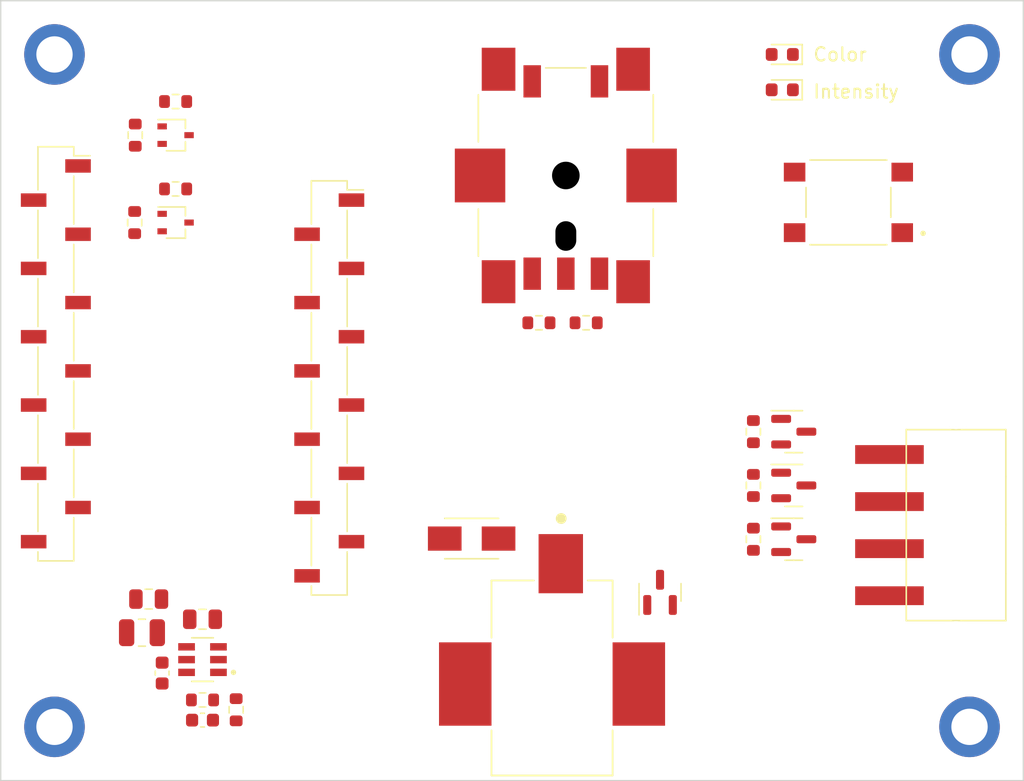
<source format=kicad_pcb>
(kicad_pcb (version 20211014) (generator pcbnew)
  (layers (0 "F.Cu" signal) (31 "B.Cu" signal) (34 "B.Paste" user) (35 "F.Paste" user) (36 "B.SilkS" user "B.Silkscreen") (37 "F.SilkS" user "F.Silkscreen") (38 "B.Mask" user) (39 "F.Mask" user) (44 "Edge.Cuts" user))
  (net 0 "")
  (net 1 "+12V")
  (net 2 "GND")
  (net 3 "+3V0")
  (net 4 "Net-(C3-Pad1)")
  (net 5 "Net-(C3-Pad2)")
  (net 6 "Net-(C4-Pad2)")
  (net 7 "Net-(D1-Pad1)")
  (net 8 "Net-(D1-Pad2)")
  (net 9 "Net-(D2-Pad1)")
  (net 10 "Net-(D2-Pad2)")
  (net 11 "VCC")
  (net 13 "/Bleu")
  (net 14 "/Rouge")
  (net 15 "/Vert")
  (net 16 "/Color_LED")
  (net 17 "/Intensity_LED")
  (net 18 "/Pink Panda/A1")
  (net 19 "/Pink Panda/P1.13")
  (net 20 "/Pink Panda/P1.15")
  (net 21 "/Pink Panda/A0")
  (net 22 "/Pink Panda/A5")
  (net 23 "/Pink Panda/A3")
  (net 24 "/Pink Panda/A2")
  (net 25 "/Pink Panda/USB")
  (net 27 "/Encoder_Button")
  (net 28 "/External_Button")
  (net 29 "/Pink Panda/RX{slash}P0.24")
  (net 30 "/Pink Panda/P0.22")
  (net 31 "/Pink Panda/TX{slash}P0.20")
  (net 32 "/PhaseA")
  (net 33 "/PhaseB")
  (net 34 "/Pink Panda/P0.13")
  (net 35 "/Bleu_PWM")
  (net 36 "/Rouge_PWM")
  (net 37 "/Vert_PWM")
  (footprint "Resistor_SMD:R_0603_1608Metric" (layer "F.Cu") (at 47 29.5)
    (fp_text reference "R7" hide)
    (fp_text value "1k")
    (fp_line (start -0.237258 -0.5225) (end 0.237258 -0.5225) (layer "F.SilkS") (width 0.12))
    (fp_line (start -0.237258 0.5225) (end 0.237258 0.5225) (layer "F.SilkS") (width 0.12))
    (pad "1" smd roundrect (at -0.825 0) (size 0.8 0.95) (layers "F.Cu" "F.Paste" "F.Mask") (net 3 "+3V0"))
    (pad "2" smd roundrect (at 0.825 0) (size 0.8 0.95) (layers "F.Cu" "F.Paste" "F.Mask") (net 8 "Net-(D1-Pad2)"))
  )
  (footprint "Capacitor_SMD:C_0805_2012Metric" (layer "F.Cu") (at 45 66.5)
    (fp_text reference "C2" hide)
    (fp_text value "22uF")
    (fp_line (start -0.261252 -0.735) (end 0.261252 -0.735) (layer "F.SilkS") (width 0.12))
    (fp_line (start -0.261252 0.735) (end 0.261252 0.735) (layer "F.SilkS") (width 0.12))
    (pad "1" smd roundrect (at -0.95 0) (size 1 1.45) (layers "F.Cu" "F.Paste" "F.Mask") (net 3 "+3V0"))
    (pad "2" smd roundrect (at 0.95 0) (size 1 1.45) (layers "F.Cu" "F.Paste" "F.Mask") (net 2 "GND"))
  )
  (footprint "Resistor_SMD:R_0603_1608Metric" (layer "F.Cu") (at 74 45.955)
    (fp_text reference "R11" hide)
    (fp_text value "10k")
    (fp_line (start -0.237258 0.5225) (end 0.237258 0.5225) (layer "F.SilkS") (width 0.12))
    (fp_line (start -0.237258 -0.5225) (end 0.237258 -0.5225) (layer "F.SilkS") (width 0.12))
    (pad "1" smd roundrect (at -0.825 0) (size 0.8 0.95) (layers "F.Cu" "F.Paste" "F.Mask") (net 3 "+3V0"))
    (pad "2" smd roundrect (at 0.825 0) (size 0.8 0.95) (layers "F.Cu" "F.Paste" "F.Mask") (net 32 "/PhaseA"))
  )
  (footprint "MountingHole:MountingHole_2.7mm_M2.5_ISO7380_Pad" (layer "F.Cu") (at 106 26)
    (fp_text reference "H2" hide)
    (fp_text value "MountingHole_Pad" hide)
    (pad "1" thru_hole circle (at 0 0) (size 4.5 4.5) (drill 2.7) (layers *.Cu *.Mask) (net 2 "GND"))
  )
  (footprint "MountingHole:MountingHole_2.7mm_M2.5_ISO7380_Pad" (layer "F.Cu") (at 106 76)
    (fp_text reference "H4" hide)
    (fp_text value "MountingHole_Pad" hide)
    (pad "1" thru_hole circle (at 0 0) (size 4.5 4.5) (drill 2.7) (layers *.Cu *.Mask) (net 2 "GND"))
  )
  (footprint "Package_TO_SOT_SMD:SOT-323_SC-70" (layer "F.Cu") (at 47 38.5)
    (fp_text reference "Q5" hide)
    (fp_text value "RU1J002YN")
    (fp_line (start 0.73 -1.16) (end -1.3 -1.16) (layer "F.SilkS") (width 0.12))
    (fp_line (start 0.73 0.5) (end 0.73 1.16) (layer "F.SilkS") (width 0.12))
    (fp_line (start -0.68 1.16) (end 0.73 1.16) (layer "F.SilkS") (width 0.12))
    (fp_line (start 0.73 -1.16) (end 0.73 -0.5) (layer "F.SilkS") (width 0.12))
    (pad "1" smd rect (at -1 -0.65 270) (size 0.45 0.7) (layers "F.Cu" "F.Paste" "F.Mask") (net 17 "/Intensity_LED"))
    (pad "2" smd rect (at -1 0.65 270) (size 0.45 0.7) (layers "F.Cu" "F.Paste" "F.Mask") (net 2 "GND"))
    (pad "3" smd rect (at 1 0 270) (size 0.45 0.7) (layers "F.Cu" "F.Paste" "F.Mask") (net 9 "Net-(D2-Pad1)"))
  )
  (footprint "Diode_SMD:D_SMA" (layer "F.Cu") (at 69 62)
    (fp_text reference "D3" hide)
    (fp_text value "SMAJ12CA-13-F")
    (fp_line (start -2 1.5) (end 2 1.5) (layer "F.SilkS") (width 0.12))
    (fp_line (start -2 -1.5) (end 2 -1.5) (layer "F.SilkS") (width 0.12))
    (pad "1" smd rect (at -2 0) (size 2.5 1.8) (layers "F.Cu" "F.Paste" "F.Mask") (net 2 "GND"))
    (pad "2" smd rect (at 2 0) (size 2.5 1.8) (layers "F.Cu" "F.Paste" "F.Mask") (net 11 "VCC"))
  )
  (footprint "LBR2518T100K:INDC2518X200N" (layer "F.Cu") (at 44.5 69 180)
    (fp_text reference "L1" hide)
    (fp_text value "10uH")
    (fp_line (start -0.25 -1) (end 0.25 -1) (layer "F.SilkS") (width 0.127))
    (fp_line (start -0.25 1) (end 0.25 1) (layer "F.SilkS") (width 0.127))
    (pad "1" smd roundrect (at -1.14 0 180) (size 1.14 2) (layers "F.Cu" "F.Paste" "F.Mask") (net 4 "Net-(C3-Pad1)"))
    (pad "2" smd roundrect (at 1.14 0 180) (size 1.14 2) (layers "F.Cu" "F.Paste" "F.Mask") (net 3 "+3V0"))
  )
  (footprint "AP63300WU-7:SOT95P280X100-6N" (layer "F.Cu") (at 49 71 180)
    (fp_text reference "U1" hide)
    (fp_text value "AP63300WU-7")
    (fp_line (start -0.8 -1.62) (end 0.8 -1.62) (layer "F.SilkS") (width 0.127))
    (fp_line (start -0.8 1.62) (end 0.8 1.62) (layer "F.SilkS") (width 0.127))
    (fp_circle (center -2.3 -0.95) (end -2.2 -0.95) (layer "F.SilkS") (width 0.2) (fill none))
    (pad "1" smd rect (at -1.185 -0.95 180) (size 1.24 0.55) (layers "F.Cu" "F.Paste" "F.Mask") (net 6 "Net-(C4-Pad2)"))
    (pad "2" smd rect (at -1.185 0 180) (size 1.24 0.55) (layers "F.Cu" "F.Paste" "F.Mask") (net 1 "+12V"))
    (pad "3" smd rect (at -1.185 0.95 180) (size 1.24 0.55) (layers "F.Cu" "F.Paste" "F.Mask") (net 1 "+12V"))
    (pad "4" smd rect (at 1.185 0.95 180) (size 1.24 0.55) (layers "F.Cu" "F.Paste" "F.Mask") (net 2 "GND"))
    (pad "5" smd rect (at 1.185 0 180) (size 1.24 0.55) (layers "F.Cu" "F.Paste" "F.Mask") (net 4 "Net-(C3-Pad1)"))
    (pad "6" smd rect (at 1.185 -0.95 180) (size 1.24 0.55) (layers "F.Cu" "F.Paste" "F.Mask") (net 5 "Net-(C3-Pad2)"))
  )
  (footprint "LED_SMD:LED_0603_1608Metric" (layer "F.Cu") (at 92.085 26 180)
    (fp_text reference "D1" hide)
    (fp_text value "Color")
    (fp_line (start -1.485 -0.735) (end -1.485 0.735) (layer "F.SilkS") (width 0.12))
    (fp_line (start -1.485 0.735) (end 0.8 0.735) (layer "F.SilkS") (width 0.12))
    (fp_line (start 0.8 -0.735) (end -1.485 -0.735) (layer "F.SilkS") (width 0.12))
    (pad "1" smd roundrect (at -0.7875 0 180) (size 0.875 0.95) (layers "F.Cu" "F.Paste" "F.Mask") (net 7 "Net-(D1-Pad1)"))
    (pad "2" smd roundrect (at 0.7875 0 180) (size 0.875 0.95) (layers "F.Cu" "F.Paste" "F.Mask") (net 8 "Net-(D1-Pad2)"))
  )
  (footprint "Resistor_SMD:R_0603_1608Metric" (layer "F.Cu") (at 77.51 45.955)
    (fp_text reference "R10" hide)
    (fp_text value "10k")
    (fp_line (start -0.237258 0.5225) (end 0.237258 0.5225) (layer "F.SilkS") (width 0.12))
    (fp_line (start -0.237258 -0.5225) (end 0.237258 -0.5225) (layer "F.SilkS") (width 0.12))
    (pad "1" smd roundrect (at -0.825 0) (size 0.8 0.95) (layers "F.Cu" "F.Paste" "F.Mask") (net 3 "+3V0"))
    (pad "2" smd roundrect (at 0.825 0) (size 0.8 0.95) (layers "F.Cu" "F.Paste" "F.Mask") (net 33 "/PhaseB"))
  )
  (footprint "Resistor_SMD:R_0603_1608Metric" (layer "F.Cu") (at 47 36)
    (fp_text reference "R9" hide)
    (fp_text value "1k")
    (fp_line (start -0.237258 0.5225) (end 0.237258 0.5225) (layer "F.SilkS") (width 0.12))
    (fp_line (start -0.237258 -0.5225) (end 0.237258 -0.5225) (layer "F.SilkS") (width 0.12))
    (pad "1" smd roundrect (at -0.825 0) (size 0.8 0.95) (layers "F.Cu" "F.Paste" "F.Mask") (net 3 "+3V0"))
    (pad "2" smd roundrect (at 0.825 0) (size 0.8 0.95) (layers "F.Cu" "F.Paste" "F.Mask") (net 10 "Net-(D2-Pad2)"))
  )
  (footprint "Resistor_SMD:R_0603_1608Metric" (layer "F.Cu") (at 43.9575 38.5 -90)
    (fp_text reference "R8" hide)
    (fp_text value "10k")
    (fp_line (start -0.237258 -0.5225) (end 0.237258 -0.5225) (layer "F.SilkS") (width 0.12))
    (fp_line (start -0.237258 0.5225) (end 0.237258 0.5225) (layer "F.SilkS") (width 0.12))
    (pad "1" smd roundrect (at -0.825 0 270) (size 0.8 0.95) (layers "F.Cu" "F.Paste" "F.Mask") (net 17 "/Intensity_LED"))
    (pad "2" smd roundrect (at 0.825 0 270) (size 0.8 0.95) (layers "F.Cu" "F.Paste" "F.Mask") (net 2 "GND"))
  )
  (footprint "MountingHole:MountingHole_2.7mm_M2.5_ISO7380_Pad" (layer "F.Cu") (at 38 26)
    (fp_text reference "H1" hide)
    (fp_text value "MountingHole_Pad" hide)
    (pad "1" thru_hole circle (at 0 0) (size 4.5 4.5) (drill 2.7) (layers *.Cu *.Mask) (net 2 "GND"))
  )
  (footprint "Resistor_SMD:R_0603_1608Metric" (layer "F.Cu") (at 49 74)
    (fp_text reference "R1" hide)
    (fp_text value "82.5k")
    (fp_line (start -0.237258 -0.5225) (end 0.237258 -0.5225) (layer "F.SilkS") (width 0.12))
    (fp_line (start -0.237258 0.5225) (end 0.237258 0.5225) (layer "F.SilkS") (width 0.12))
    (pad "1" smd roundrect (at -0.825 0) (size 0.8 0.95) (layers "F.Cu" "F.Paste" "F.Mask") (net 3 "+3V0"))
    (pad "2" smd roundrect (at 0.825 0) (size 0.8 0.95) (layers "F.Cu" "F.Paste" "F.Mask") (net 6 "Net-(C4-Pad2)"))
  )
  (footprint "PJ-036AH-SMT-TR:CUI_PJ-036AH-SMT-TR" (layer "F.Cu") (at 75.625 63.8665 90)
    (fp_text reference "J1" hide)
    (fp_text value "PJ-036AH-SMT-TR")
    (fp_line (start -1.25 3.85) (end -1.25 2) (layer "F.SilkS") (width 0.127))
    (fp_line (start -15.75 3.85) (end -12.4 3.85) (layer "F.SilkS") (width 0.127))
    (fp_line (start -1.25 -2) (end -1.25 -5.15) (layer "F.SilkS") (width 0.127))
    (fp_line (start -5.5 3.85) (end -1.25 3.85) (layer "F.SilkS") (width 0.127))
    (fp_line (start -1.25 -5.15) (end -5.5 -5.15) (layer "F.SilkS") (width 0.127))
    (fp_line (start -15.75 -5.15) (end -15.75 3.85) (layer "F.SilkS") (width 0.127))
    (fp_line (start -12.4 -5.15) (end -15.75 -5.15) (layer "F.SilkS") (width 0.127))
    (fp_circle (center 3.358 0.03) (end 3.558 0.03) (layer "F.SilkS") (width 0.4) (fill none))
    (pad "" np_thru_hole circle locked (at -12.75 -0.65 90) (size 2 2) (drill 2) (layers *.Cu *.Mask))
    (pad "1" smd rect locked (at 0 0 180) (size 3.3 4.4) (layers "F.Cu" "F.Paste" "F.Mask") (net 11 "VCC"))
    (pad "2" smd rect locked (at -8.95 -7.1 270) (size 6.2 3.9) (layers "F.Cu" "F.Paste" "F.Mask") (net 2 "GND"))
    (pad "3" smd rect locked (at -8.95 5.8 90) (size 6.2 3.9) (layers "F.Cu" "F.Paste" "F.Mask"))
  )
  (footprint "Connector_PinSocket_2.54mm:PinSocket_1x12_P2.54mm_Vertical_SMD_Pin1Right" (layer "F.Cu") (at 38.1 48.26)
    (fp_text reference "J3" hide)
    (fp_text value "Left")
    (fp_line (start 1.33 2.03) (end 1.33 5.59) (layer "F.SilkS") (width 0.12))
    (fp_line (start 1.33 7.11) (end 1.33 10.67) (layer "F.SilkS") (width 0.12))
    (fp_line (start -1.33 -0.51) (end -1.33 3.05) (layer "F.SilkS") (width 0.12))
    (fp_line (start 1.33 -14.73) (end 2.54 -14.73) (layer "F.SilkS") (width 0.12))
    (fp_line (start -1.33 15.4) (end 1.33 15.4) (layer "F.SilkS") (width 0.12))
    (fp_line (start -1.33 9.65) (end -1.33 13.21) (layer "F.SilkS") (width 0.12))
    (fp_line (start -1.33 -10.67) (end -1.33 -7.11) (layer "F.SilkS") (width 0.12))
    (fp_line (start -1.33 -5.59) (end -1.33 -2.03) (layer "F.SilkS") (width 0.12))
    (fp_line (start -1.33 14.73) (end -1.33 15.4) (layer "F.SilkS") (width 0.12))
    (fp_line (start -1.33 4.57) (end -1.33 8.13) (layer "F.SilkS") (width 0.12))
    (fp_line (start -1.33 -15.4) (end -1.33 -12.19) (layer "F.SilkS") (width 0.12))
    (fp_line (start -1.33 -15.4) (end 1.33 -15.4) (layer "F.SilkS") (width 0.12))
    (fp_line (start 1.33 -3.05) (end 1.33 0.51) (layer "F.SilkS") (width 0.12))
    (fp_line (start 1.33 -8.13) (end 1.33 -4.57) (layer "F.SilkS") (width 0.12))
    (fp_line (start 1.33 -15.4) (end 1.33 -14.73) (layer "F.SilkS") (width 0.12))
    (fp_line (start 1.33 12.19) (end 1.33 15.4) (layer "F.SilkS") (width 0.12))
    (fp_line (start 1.33 -13.21) (end 1.33 -9.65) (layer "F.SilkS") (width 0.12))
    (pad "1" smd rect (at 1.65 -13.97) (size 1.9 1) (layers "F.Cu" "F.Paste" "F.Mask") (net 16 "/Color_LED"))
    (pad "2" smd rect (at -1.65 -11.43) (size 1.9 1) (layers "F.Cu" "F.Paste" "F.Mask") (net 17 "/Intensity_LED"))
    (pad "3" smd rect (at 1.65 -8.89) (size 1.9 1) (layers "F.Cu" "F.Paste" "F.Mask") (net 18 "/Pink Panda/A1"))
    (pad "4" smd rect (at -1.65 -6.35) (size 1.9 1) (layers "F.Cu" "F.Paste" "F.Mask") (net 19 "/Pink Panda/P1.13"))
    (pad "5" smd rect (at 1.65 -3.81) (size 1.9 1) (layers "F.Cu" "F.Paste" "F.Mask") (net 20 "/Pink Panda/P1.15"))
    (pad "6" smd rect (at -1.65 -1.27) (size 1.9 1) (layers "F.Cu" "F.Paste" "F.Mask") (net 21 "/Pink Panda/A0"))
    (pad "7" smd rect (at 1.65 1.27) (size 1.9 1) (layers "F.Cu" "F.Paste" "F.Mask") (net 22 "/Pink Panda/A5"))
    (pad "8" smd rect (at -1.65 3.81) (size 1.9 1) (layers "F.Cu" "F.Paste" "F.Mask") (net 23 "/Pink Panda/A3"))
    (pad "9" smd rect (at 1.65 6.35) (size 1.9 1) (layers "F.Cu" "F.Paste" "F.Mask") (net 24 "/Pink Panda/A2"))
    (pad "10" smd rect (at -1.65 8.89) (size 1.9 1) (layers "F.Cu" "F.Paste" "F.Mask") (net 25 "/Pink Panda/USB"))
    (pad "11" smd rect (at 1.65 11.43) (size 1.9 1) (layers "F.Cu" "F.Paste" "F.Mask"))
    (pad "12" smd rect (at -1.65 13.97) (size 1.9 1) (layers "F.Cu" "F.Paste" "F.Mask") (net 3 "+3V0"))
  )
  (footprint "Package_TO_SOT_SMD:SOT-23" (layer "F.Cu") (at 92.9375 62.05)
    (fp_text reference "Q1" hide)
    (fp_text value "Si231BDS")
    (fp_line (start 0 1.56) (end -0.65 1.56) (layer "F.SilkS") (width 0.12))
    (fp_line (start 0 -1.56) (end -1.675 -1.56) (layer "F.SilkS") (width 0.12))
    (fp_line (start 0 -1.56) (end 0.65 -1.56) (layer "F.SilkS") (width 0.12))
    (fp_line (start 0 1.56) (end 0.65 1.56) (layer "F.SilkS") (width 0.12))
    (pad "1" smd roundrect (at -0.9375 -0.95) (size 1.475 0.6) (layers "F.Cu" "F.Paste" "F.Mask") (net 35 "/Bleu_PWM"))
    (pad "2" smd roundrect (at -0.9375 0.95) (size 1.475 0.6) (layers "F.Cu" "F.Paste" "F.Mask") (net 2 "GND"))
    (pad "3" smd roundrect (at 0.9375 0) (size 1.475 0.6) (layers "F.Cu" "F.Paste" "F.Mask") (net 13 "/Bleu"))
  )
  (footprint "Capacitor_SMD:C_0603_1608Metric" (layer "F.Cu") (at 49 75.5)
    (fp_text reference "C4" hide)
    (fp_text value "56pF")
    (fp_line (start -0.14058 -0.51) (end 0.14058 -0.51) (layer "F.SilkS") (width 0.12))
    (fp_line (start -0.14058 0.51) (end 0.14058 0.51) (layer "F.SilkS") (width 0.12))
    (pad "1" smd roundrect (at -0.775 0) (size 0.9 0.95) (layers "F.Cu" "F.Paste" "F.Mask") (net 3 "+3V0"))
    (pad "2" smd roundrect (at 0.775 0) (size 0.9 0.95) (layers "F.Cu" "F.Paste" "F.Mask") (net 6 "Net-(C4-Pad2)"))
  )
  (footprint "Capacitor_SMD:C_0805_2012Metric" (layer "F.Cu") (at 49 68 180)
    (fp_text reference "C1" hide)
    (fp_text value "10uF")
    (fp_line (start -0.261252 -0.735) (end 0.261252 -0.735) (layer "F.SilkS") (width 0.12))
    (fp_line (start -0.261252 0.735) (end 0.261252 0.735) (layer "F.SilkS") (width 0.12))
    (pad "1" smd roundrect (at -0.95 0 180) (size 1 1.45) (layers "F.Cu" "F.Paste" "F.Mask") (net 1 "+12V"))
    (pad "2" smd roundrect (at 0.95 0 180) (size 1 1.45) (layers "F.Cu" "F.Paste" "F.Mask") (net 2 "GND"))
  )
  (footprint "TZ042101B000G:TZ042101B000G" (layer "F.Cu") (at 105 61 90)
    (fp_text reference "J2" hide)
    (fp_text value "Screw_Terminal_01x04" hide)
    (fp_line (start 3.6 -3.7) (end 7.1 -3.7) (layer "F.SilkS") (width 0.12))
    (fp_line (start -3.6 3.7) (end -7.1 3.7) (layer "F.SilkS") (width 0.12))
    (fp_line (start 7.1 3.7) (end 3.6 3.7) (layer "F.SilkS") (width 0.12))
    (fp_line (start -3.6 -3.7) (end 3.6 -3.7) (layer "F.SilkS") (width 0.12))
    (fp_line (start -7.1 -3.7) (end -3.6 -3.7) (layer "F.SilkS") (width 0.12))
    (fp_line (start -7.1 3.7) (end -7.1 -3.7) (layer "F.SilkS") (width 0.12))
    (fp_line (start 0 3.7) (end -3.6 3.7) (layer "F.SilkS") (width 0.12))
    (fp_line (start 7.1 -3.7) (end 7.1 3.7) (layer "F.SilkS") (width 0.12))
    (fp_line (start 3.6 3.7) (end 0 3.7) (layer "F.SilkS") (width 0.12))
    (pad "" np_thru_hole circle locked (at 8 0 90) (size 1.7 1.7) (drill 1.7) (layers *.Cu *.Mask))
    (pad "" np_thru_hole circle locked (at -8 0 90) (size 1.7 1.7) (drill 1.7) (layers *.Cu *.Mask))
    (pad "1" smd rect locked (at -5.25 -4.95 90) (size 1.4 5.1) (layers "F.Cu" "F.Paste" "F.Mask") (net 1 "+12V"))
    (pad "2" smd rect locked (at -1.75 -4.95 90) (size 1.4 5.1) (layers "F.Cu" "F.Paste" "F.Mask") (net 13 "/Bleu"))
    (pad "3" smd rect locked (at 1.75 -4.95 90) (size 1.4 5.1) (layers "F.Cu" "F.Paste" "F.Mask") (net 14 "/Rouge"))
    (pad "4" smd rect locked (at 5.25 -4.95 90) (size 1.4 5.1) (layers "F.Cu" "F.Paste" "F.Mask") (net 15 "/Vert"))
  )
  (footprint "Resistor_SMD:R_0603_1608Metric" (layer "F.Cu") (at 51.5 74.73 90)
    (fp_text reference "R2" hide)
    (fp_text value "30.1k")
    (fp_line (start -0.237258 -0.5225) (end 0.237258 -0.5225) (layer "F.SilkS") (width 0.12))
    (fp_line (start -0.237258 0.5225) (end 0.237258 0.5225) (layer "F.SilkS") (width 0.12))
    (pad "1" smd roundrect (at -0.825 0 90) (size 0.8 0.95) (layers "F.Cu" "F.Paste" "F.Mask") (net 6 "Net-(C4-Pad2)"))
    (pad "2" smd roundrect (at 0.825 0 90) (size 0.8 0.95) (layers "F.Cu" "F.Paste" "F.Mask") (net 2 "GND"))
  )
  (footprint "Package_TO_SOT_SMD:SOT-323_SC-70" (layer "F.Cu") (at 47 32)
    (fp_text reference "Q4" hide)
    (fp_text value "RU1J002YN")
    (fp_line (start 0.73 0.5) (end 0.73 1.16) (layer "F.SilkS") (width 0.12))
    (fp_line (start 0.73 -1.16) (end 0.73 -0.5) (layer "F.SilkS") (width 0.12))
    (fp_line (start -0.68 1.16) (end 0.73 1.16) (layer "F.SilkS") (width 0.12))
    (fp_line (start 0.73 -1.16) (end -1.3 -1.16) (layer "F.SilkS") (width 0.12))
    (pad "1" smd rect (at -1 -0.65 270) (size 0.45 0.7) (layers "F.Cu" "F.Paste" "F.Mask") (net 16 "/Color_LED"))
    (pad "2" smd rect (at -1 0.65 270) (size 0.45 0.7) (layers "F.Cu" "F.Paste" "F.Mask") (net 2 "GND"))
    (pad "3" smd rect (at 1 0 270) (size 0.45 0.7) (layers "F.Cu" "F.Paste" "F.Mask") (net 7 "Net-(D1-Pad1)"))
  )
  (footprint "Resistor_SMD:R_0603_1608Metric" (layer "F.Cu") (at 44 32 -90)
    (fp_text reference "R6" hide)
    (fp_text value "10k")
    (fp_line (start -0.237258 0.5225) (end 0.237258 0.5225) (layer "F.SilkS") (width 0.12))
    (fp_line (start -0.237258 -0.5225) (end 0.237258 -0.5225) (layer "F.SilkS") (width 0.12))
    (pad "1" smd roundrect (at -0.825 0 270) (size 0.8 0.95) (layers "F.Cu" "F.Paste" "F.Mask") (net 16 "/Color_LED"))
    (pad "2" smd roundrect (at 0.825 0 270) (size 0.8 0.95) (layers "F.Cu" "F.Paste" "F.Mask") (net 2 "GND"))
  )
  (footprint "LED_SMD:LED_0603_1608Metric" (layer "F.Cu") (at 92.085 28.63 180)
    (fp_text reference "D2" hide)
    (fp_text value "Intensity")
    (fp_line (start -1.485 -0.735) (end -1.485 0.735) (layer "F.SilkS") (width 0.12))
    (fp_line (start 0.8 -0.735) (end -1.485 -0.735) (layer "F.SilkS") (width 0.12))
    (fp_line (start -1.485 0.735) (end 0.8 0.735) (layer "F.SilkS") (width 0.12))
    (pad "1" smd roundrect (at -0.7875 0 180) (size 0.875 0.95) (layers "F.Cu" "F.Paste" "F.Mask") (net 9 "Net-(D2-Pad1)"))
    (pad "2" smd roundrect (at 0.7875 0 180) (size 0.875 0.95) (layers "F.Cu" "F.Paste" "F.Mask") (net 10 "Net-(D2-Pad2)"))
  )
  (footprint "Resistor_SMD:R_0603_1608Metric" (layer "F.Cu") (at 89.9375 58.05 -90)
    (fp_text reference "R4" hide)
    (fp_text value "10k")
    (fp_line (start -0.237258 0.5225) (end 0.237258 0.5225) (layer "F.SilkS") (width 0.12))
    (fp_line (start -0.237258 -0.5225) (end 0.237258 -0.5225) (layer "F.SilkS") (width 0.12))
    (pad "1" smd roundrect (at -0.825 0 270) (size 0.8 0.95) (layers "F.Cu" "F.Paste" "F.Mask") (net 36 "/Rouge_PWM"))
    (pad "2" smd roundrect (at 0.825 0 270) (size 0.8 0.95) (layers "F.Cu" "F.Paste" "F.Mask") (net 2 "GND"))
  )
  (footprint "Resistor_SMD:R_0603_1608Metric" (layer "F.Cu") (at 89.9375 62.05 -90)
    (fp_text reference "R3" hide)
    (fp_text value "10k")
    (fp_line (start -0.237258 -0.5225) (end 0.237258 -0.5225) (layer "F.SilkS") (width 0.12))
    (fp_line (start -0.237258 0.5225) (end 0.237258 0.5225) (layer "F.SilkS") (width 0.12))
    (pad "1" smd roundrect (at -0.825 0 270) (size 0.8 0.95) (layers "F.Cu" "F.Paste" "F.Mask") (net 35 "/Bleu_PWM"))
    (pad "2" smd roundrect (at 0.825 0 270) (size 0.8 0.95) (layers "F.Cu" "F.Paste" "F.Mask") (net 2 "GND"))
  )
  (footprint "B3FS-1010:SW_B3FS-1010P" (layer "F.Cu") (at 97 37 180)
    (fp_text reference "S1" hide)
    (fp_text value "Change mode")
    (fp_line (start -3.15 1.1) (end -3.15 -1.1) (layer "F.SilkS") (width 0.127))
    (fp_line (start 3.15 -1.1) (end 3.15 1.1) (layer "F.SilkS") (width 0.127))
    (fp_line (start -2.85 3.15) (end 2.85 3.15) (layer "F.SilkS") (width 0.127))
    (fp_line (start -2.85 -3.15) (end 2.85 -3.15) (layer "F.SilkS") (width 0.127))
    (fp_circle (center -5.55 -2.3) (end -5.45 -2.3) (layer "F.SilkS") (width 0.2) (fill none))
    (pad "1" smd rect (at 4 -2.25 180) (size 1.6 1.4) (layers "F.Cu" "F.Paste" "F.Mask") (net 28 "/External_Button"))
    (pad "1" smd rect (at -4 -2.25 180) (size 1.6 1.4) (layers "F.Cu" "F.Paste" "F.Mask") (net 28 "/External_Button"))
    (pad "2" smd rect (at 4 2.25 180) (size 1.6 1.4) (layers "F.Cu" "F.Paste" "F.Mask") (net 2 "GND"))
    (pad "2" smd rect (at -4 2.25 180) (size 1.6 1.4) (layers "F.Cu" "F.Paste" "F.Mask") (net 2 "GND"))
  )
  (footprint "PEC11S-9213K-S0015:PEC11S-9213K-S0015" (layer "F.Cu") (at 76 35)
    (fp_text reference "SW1" hide)
    (fp_text value "Change value")
    (fp_line (start 6.5 2.5) (end 6.5 6) (layer "F.SilkS") (width 0.12))
    (fp_line (start -6.5 2.5) (end -6.5 6) (layer "F.SilkS") (width 0.12))
    (fp_line (start -1.5 -8) (end 1.5 -8) (layer "F.SilkS") (width 0.12))
    (fp_line (start -6.5 -6) (end -6.5 -2.5) (layer "F.SilkS") (width 0.12))
    (fp_line (start 6.5 -6) (end 6.5 -2.5) (layer "F.SilkS") (width 0.12))
    (pad "" smd rect (at -5 7.9) (size 2.5 3.2) (layers "F.Cu" "F.Paste" "F.Mask"))
    (pad "" smd rect (at -6.375 0) (size 3.75 4) (layers "F.Cu" "F.Paste" "F.Mask"))
    (pad "" np_thru_hole oval (at 0 4.5) (size 1.55 2.2) (drill oval 1.55 2.2) (layers *.Mask))
    (pad "" smd rect (at 5 -7.9) (size 2.5 3.2) (layers "F.Cu" "F.Paste" "F.Mask"))
    (pad "" smd rect (at 6.375 0) (size 3.75 4) (layers "F.Cu" "F.Paste" "F.Mask"))
    (pad "" smd rect (at 5 7.9) (size 2.5 3.2) (layers "F.Cu" "F.Paste" "F.Mask"))
    (pad "" smd rect (at -5 -7.9) (size 2.5 3.2) (layers "F.Cu" "F.Paste" "F.Mask"))
    (pad "" np_thru_hole circle (at 0 0) (size 2.05 2.05) (drill 2.05) (layers *.Mask))
    (pad "A" smd rect (at -2.5 7.3) (size 1.3 2.4) (layers "F.Cu" "F.Paste" "F.Mask") (net 32 "/PhaseA"))
    (pad "B" smd rect (at 2.5 7.3) (size 1.3 2.4) (layers "F.Cu" "F.Paste" "F.Mask") (net 33 "/PhaseB"))
    (pad "C" smd rect (at 0 7.3) (size 1.3 2.4) (layers "F.Cu" "F.Paste" "F.Mask") (net 2 "GND"))
    (pad "S1" smd rect (at -2.5 -7) (size 1.3 2.4) (layers "F.Cu" "F.Paste" "F.Mask") (net 27 "/Encoder_Button"))
    (pad "S2" smd rect (at 2.5 -7) (size 1.3 2.4) (layers "F.Cu" "F.Paste" "F.Mask") (net 2 "GND"))
  )
  (footprint "Package_TO_SOT_SMD:SOT-23" (layer "F.Cu") (at 92.9375 58.05)
    (fp_text reference "Q2" hide)
    (fp_text value "Si231BDS")
    (fp_line (start 0 -1.56) (end -1.675 -1.56) (layer "F.SilkS") (width 0.12))
    (fp_line (start 0 1.56) (end 0.65 1.56) (layer "F.SilkS") (width 0.12))
    (fp_line (start 0 1.56) (end -0.65 1.56) (layer "F.SilkS") (width 0.12))
    (fp_line (start 0 -1.56) (end 0.65 -1.56) (layer "F.SilkS") (width 0.12))
    (pad "1" smd roundrect (at -0.9375 -0.95) (size 1.475 0.6) (layers "F.Cu" "F.Paste" "F.Mask") (net 36 "/Rouge_PWM"))
    (pad "2" smd roundrect (at -0.9375 0.95) (size 1.475 0.6) (layers "F.Cu" "F.Paste" "F.Mask") (net 2 "GND"))
    (pad "3" smd roundrect (at 0.9375 0) (size 1.475 0.6) (layers "F.Cu" "F.Paste" "F.Mask") (net 14 "/Rouge"))
  )
  (footprint "Package_TO_SOT_SMD:SOT-23" (layer "F.Cu") (at 92.9375 54.05)
    (fp_text reference "Q3" hide)
    (fp_text value "Si231BDS")
    (fp_line (start 0 -1.56) (end -1.675 -1.56) (layer "F.SilkS") (width 0.12))
    (fp_line (start 0 1.56) (end -0.65 1.56) (layer "F.SilkS") (width 0.12))
    (fp_line (start 0 -1.56) (end 0.65 -1.56) (layer "F.SilkS") (width 0.12))
    (fp_line (start 0 1.56) (end 0.65 1.56) (layer "F.SilkS") (width 0.12))
    (pad "1" smd roundrect (at -0.9375 -0.95) (size 1.475 0.6) (layers "F.Cu" "F.Paste" "F.Mask") (net 37 "/Vert_PWM"))
    (pad "2" smd roundrect (at -0.9375 0.95) (size 1.475 0.6) (layers "F.Cu" "F.Paste" "F.Mask") (net 2 "GND"))
    (pad "3" smd roundrect (at 0.9375 0) (size 1.475 0.6) (layers "F.Cu" "F.Paste" "F.Mask") (net 15 "/Vert"))
  )
  (footprint "Package_TO_SOT_SMD:SOT-23" (layer "F.Cu") (at 83 66 90)
    (fp_text reference "Q6" hide)
    (fp_text value "PJA3441_R1_00001")
    (fp_line (start 0 -1.56) (end -1.675 -1.56) (layer "F.SilkS") (width 0.12))
    (fp_line (start 0 -1.56) (end 0.65 -1.56) (layer "F.SilkS") (width 0.12))
    (fp_line (start 0 1.56) (end -0.65 1.56) (layer "F.SilkS") (width 0.12))
    (fp_line (start 0 1.56) (end 0.65 1.56) (layer "F.SilkS") (width 0.12))
    (pad "1" smd roundrect (at -0.9375 -0.95 90) (size 1.475 0.6) (layers "F.Cu" "F.Paste" "F.Mask") (net 2 "GND"))
    (pad "2" smd roundrect (at -0.9375 0.95 90) (size 1.475 0.6) (layers "F.Cu" "F.Paste" "F.Mask") (net 1 "+12V"))
    (pad "3" smd roundrect (at 0.9375 0 90) (size 1.475 0.6) (layers "F.Cu" "F.Paste" "F.Mask") (net 11 "VCC"))
  )
  (footprint "Connector_PinSocket_2.54mm:PinSocket_1x12_P2.54mm_Vertical_SMD_Pin1Right" (layer "F.Cu") (at 58.42 50.8)
    (fp_text reference "J4" hide)
    (fp_text value "Right")
    (fp_line (start 1.33 2.03) (end 1.33 5.59) (layer "F.SilkS") (width 0.12))
    (fp_line (start 1.33 12.19) (end 1.33 15.4) (layer "F.SilkS") (width 0.12))
    (fp_line (start -1.33 4.57) (end -1.33 8.13) (layer "F.SilkS") (width 0.12))
    (fp_line (start 1.33 -13.21) (end 1.33 -9.65) (layer "F.SilkS") (width 0.12))
    (fp_line (start 1.33 -14.73) (end 2.54 -14.73) (layer "F.SilkS") (width 0.12))
    (fp_line (start 1.33 -15.4) (end 1.33 -14.73) (layer "F.SilkS") (width 0.12))
    (fp_line (start -1.33 15.4) (end 1.33 15.4) (layer "F.SilkS") (width 0.12))
    (fp_line (start 1.33 -8.13) (end 1.33 -4.57) (layer "F.SilkS") (width 0.12))
    (fp_line (start -1.33 -0.51) (end -1.33 3.05) (layer "F.SilkS") (width 0.12))
    (fp_line (start 1.33 -3.05) (end 1.33 0.51) (layer "F.SilkS") (width 0.12))
    (fp_line (start -1.33 9.65) (end -1.33 13.21) (layer "F.SilkS") (width 0.12))
    (fp_line (start -1.33 -5.59) (end -1.33 -2.03) (layer "F.SilkS") (width 0.12))
    (fp_line (start 1.33 7.11) (end 1.33 10.67) (layer "F.SilkS") (width 0.12))
    (fp_line (start -1.33 -15.4) (end -1.33 -12.19) (layer "F.SilkS") (width 0.12))
    (fp_line (start -1.33 -10.67) (end -1.33 -7.11) (layer "F.SilkS") (width 0.12))
    (fp_line (start -1.33 -15.4) (end 1.33 -15.4) (layer "F.SilkS") (width 0.12))
    (fp_line (start -1.33 14.73) (end -1.33 15.4) (layer "F.SilkS") (width 0.12))
    (pad "1" smd rect (at 1.65 -13.97) (size 1.9 1) (layers "F.Cu" "F.Paste" "F.Mask") (net 27 "/Encoder_Button"))
    (pad "2" smd rect (at -1.65 -11.43) (size 1.9 1) (layers "F.Cu" "F.Paste" "F.Mask") (net 28 "/External_Button"))
    (pad "3" smd rect (at 1.65 -8.89) (size 1.9 1) (layers "F.Cu" "F.Paste" "F.Mask") (net 29 "/Pink Panda/RX{slash}P0.24"))
    (pad "4" smd rect (at -1.65 -6.35) (size 1.9 1) (layers "F.Cu" "F.Paste" "F.Mask") (net 30 "/Pink Panda/P0.22"))
    (pad "5" smd rect (at 1.65 -3.81) (size 1.9 1) (layers "F.Cu" "F.Paste" "F.Mask") (net 31 "/Pink Panda/TX{slash}P0.20"))
    (pad "6" smd rect (at -1.65 -1.27) (size 1.9 1) (layers "F.Cu" "F.Paste" "F.Mask") (net 32 "/PhaseA"))
    (pad "7" smd rect (at 1.65 1.27) (size 1.9 1) (layers "F.Cu" "F.Paste" "F.Mask") (net 33 "/PhaseB"))
    (pad "8" smd rect (at -1.65 3.81) (size 1.9 1) (layers "F.Cu" "F.Paste" "F.Mask") (net 34 "/Pink Panda/P0.13"))
    (pad "9" smd rect (at 1.65 6.35) (size 1.9 1) (layers "F.Cu" "F.Paste" "F.Mask") (net 37 "/Vert_PWM"))
    (pad "10" smd rect (at -1.65 8.89) (size 1.9 1) (layers "F.Cu" "F.Paste" "F.Mask") (net 36 "/Rouge_PWM"))
    (pad "11" smd rect (at 1.65 11.43) (size 1.9 1) (layers "F.Cu" "F.Paste" "F.Mask") (net 35 "/Bleu_PWM"))
    (pad "12" smd rect (at -1.65 13.97) (size 1.9 1) (layers "F.Cu" "F.Paste" "F.Mask") (net 2 "GND"))
  )
  (footprint "Capacitor_SMD:C_0603_1608Metric" (layer "F.Cu") (at 46 72 -90)
    (fp_text reference "C3" hide)
    (fp_text value "100nF")
    (fp_line (start -0.14058 -0.51) (end 0.14058 -0.51) (layer "F.SilkS") (width 0.12))
    (fp_line (start -0.14058 0.51) (end 0.14058 0.51) (layer "F.SilkS") (width 0.12))
    (pad "1" smd roundrect (at -0.775 0 270) (size 0.9 0.95) (layers "F.Cu" "F.Paste" "F.Mask") (net 4 "Net-(C3-Pad1)"))
    (pad "2" smd roundrect (at 0.775 0 270) (size 0.9 0.95) (layers "F.Cu" "F.Paste" "F.Mask") (net 5 "Net-(C3-Pad2)"))
  )
  (footprint "MountingHole:MountingHole_2.7mm_M2.5_ISO7380_Pad" (layer "F.Cu") (at 38 76)
    (fp_text reference "H3" hide)
    (fp_text value "MountingHole_Pad" hide)
    (pad "1" thru_hole circle (at 0 0) (size 4.5 4.5) (drill 2.7) (layers *.Cu *.Mask) (net 2 "GND"))
  )
  (footprint "Resistor_SMD:R_0603_1608Metric" (layer "F.Cu") (at 89.9375 54.05 -90)
    (fp_text reference "R5" hide)
    (fp_text value "10k")
    (fp_line (start -0.237258 0.5225) (end 0.237258 0.5225) (layer "F.SilkS") (width 0.12))
    (fp_line (start -0.237258 -0.5225) (end 0.237258 -0.5225) (layer "F.SilkS") (width 0.12))
    (pad "1" smd roundrect (at -0.825 0 270) (size 0.8 0.95) (layers "F.Cu" "F.Paste" "F.Mask") (net 37 "/Vert_PWM"))
    (pad "2" smd roundrect (at 0.825 0 270) (size 0.8 0.95) (layers "F.Cu" "F.Paste" "F.Mask") (net 2 "GND"))
  )
  (gr_line (start 34 80) (end 110 80) (layer "Edge.Cuts") (width 0.1))
  (gr_line (start 34 22) (end 34 80) (layer "Edge.Cuts") (width 0.1))
  (gr_line (start 110 22) (end 110 80) (layer "Edge.Cuts") (width 0.1))
  (gr_line (start 34 22) (end 110 22) (layer "Edge.Cuts") (width 0.1))
  (gr_text "Color" (at 94.305 26) (layer "F.SilkS") (effects (font (size 1 1)) (justify left)))
  (gr_text "Intensity" (at 94.305 28.76) (layer "F.SilkS") (effects (font (size 1 1)) (justify left)))
)
</source>
